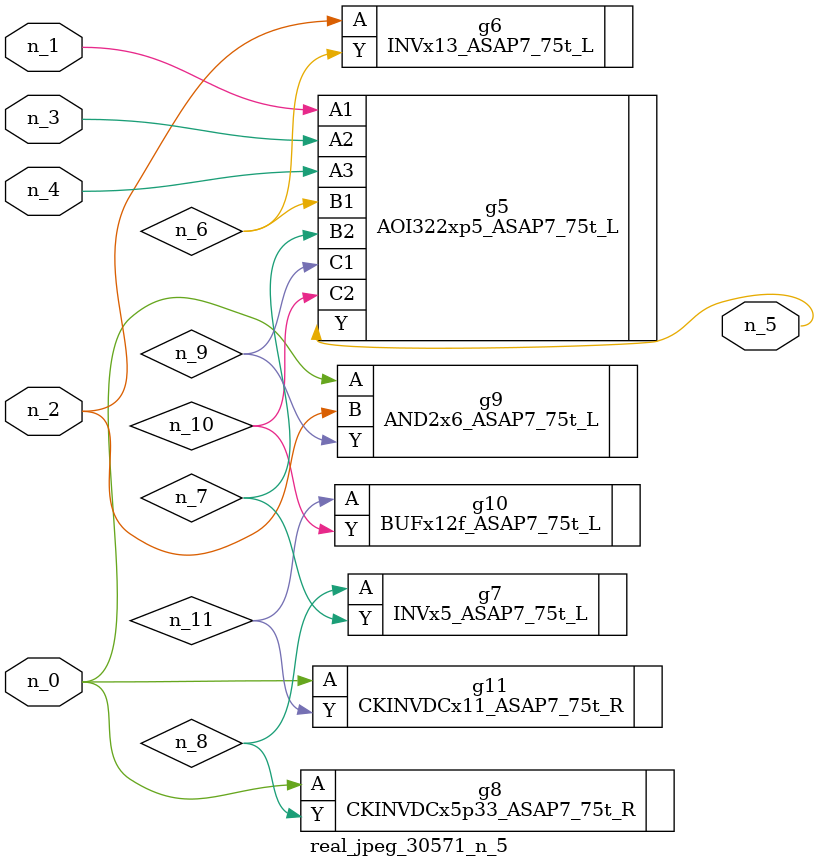
<source format=v>
module real_jpeg_30571_n_5 (n_4, n_0, n_1, n_2, n_3, n_5);

input n_4;
input n_0;
input n_1;
input n_2;
input n_3;

output n_5;

wire n_8;
wire n_11;
wire n_6;
wire n_7;
wire n_10;
wire n_9;

CKINVDCx5p33_ASAP7_75t_R g8 ( 
.A(n_0),
.Y(n_8)
);

AND2x6_ASAP7_75t_L g9 ( 
.A(n_0),
.B(n_2),
.Y(n_9)
);

CKINVDCx11_ASAP7_75t_R g11 ( 
.A(n_0),
.Y(n_11)
);

AOI322xp5_ASAP7_75t_L g5 ( 
.A1(n_1),
.A2(n_3),
.A3(n_4),
.B1(n_6),
.B2(n_7),
.C1(n_9),
.C2(n_10),
.Y(n_5)
);

INVx13_ASAP7_75t_L g6 ( 
.A(n_2),
.Y(n_6)
);

INVx5_ASAP7_75t_L g7 ( 
.A(n_8),
.Y(n_7)
);

BUFx12f_ASAP7_75t_L g10 ( 
.A(n_11),
.Y(n_10)
);


endmodule
</source>
